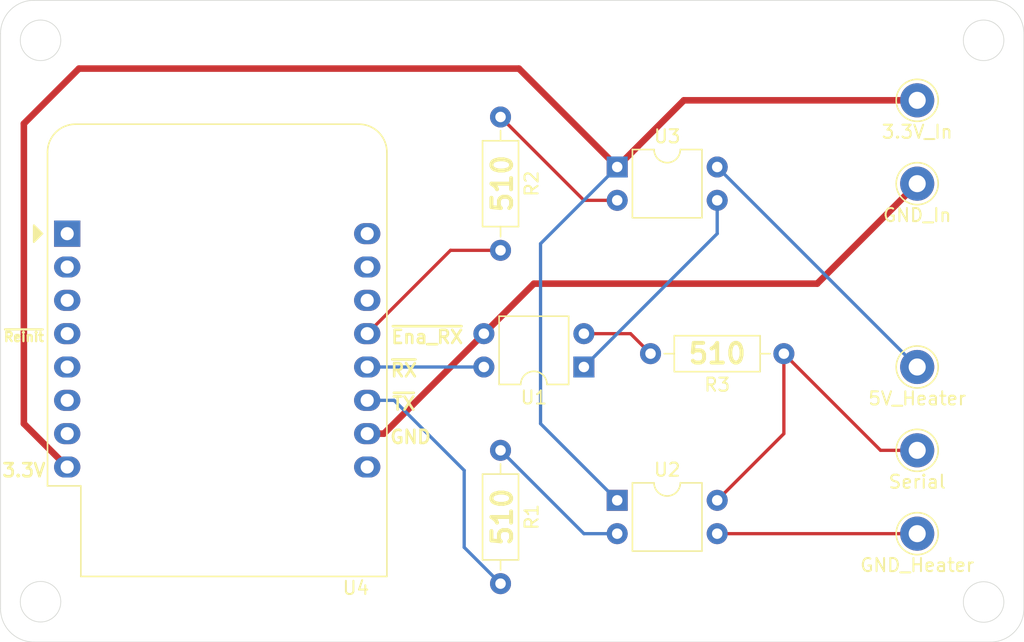
<source format=kicad_pcb>
(kicad_pcb (version 20171130) (host pcbnew "(5.1.10)-1")

  (general
    (thickness 1.6)
    (drawings 21)
    (tracks 37)
    (zones 0)
    (modules 12)
    (nets 24)
  )

  (page A4)
  (title_block
    (title "MicroNova Controller")
    (date "August 2021")
    (rev 1.0)
    (company philibertc)
    (comment 1 https://github.com/philibertc)
    (comment 2 "License: GPL v3")
  )

  (layers
    (0 F.Cu signal)
    (31 B.Cu signal)
    (32 B.Adhes user)
    (33 F.Adhes user)
    (34 B.Paste user)
    (35 F.Paste user)
    (36 B.SilkS user)
    (37 F.SilkS user)
    (38 B.Mask user)
    (39 F.Mask user)
    (40 Dwgs.User user)
    (41 Cmts.User user)
    (42 Eco1.User user)
    (43 Eco2.User user)
    (44 Edge.Cuts user)
    (45 Margin user)
    (46 B.CrtYd user)
    (47 F.CrtYd user)
    (48 B.Fab user)
    (49 F.Fab user)
  )

  (setup
    (last_trace_width 0.5)
    (user_trace_width 0.5)
    (trace_clearance 0.2)
    (zone_clearance 0.508)
    (zone_45_only no)
    (trace_min 0.2)
    (via_size 0.8)
    (via_drill 0.4)
    (via_min_size 0.4)
    (via_min_drill 0.3)
    (uvia_size 0.3)
    (uvia_drill 0.1)
    (uvias_allowed no)
    (uvia_min_size 0.2)
    (uvia_min_drill 0.1)
    (edge_width 0.05)
    (segment_width 0.2)
    (pcb_text_width 0.3)
    (pcb_text_size 1.5 1.5)
    (mod_edge_width 0.12)
    (mod_text_size 1 1)
    (mod_text_width 0.15)
    (pad_size 1.524 1.524)
    (pad_drill 0.762)
    (pad_to_mask_clearance 0.2)
    (aux_axis_origin 0 0)
    (visible_elements 7FFFFFFF)
    (pcbplotparams
      (layerselection 0x010fc_ffffffff)
      (usegerberextensions false)
      (usegerberattributes true)
      (usegerberadvancedattributes true)
      (creategerberjobfile true)
      (excludeedgelayer true)
      (linewidth 0.100000)
      (plotframeref false)
      (viasonmask false)
      (mode 1)
      (useauxorigin false)
      (hpglpennumber 1)
      (hpglpenspeed 20)
      (hpglpendiameter 15.000000)
      (psnegative false)
      (psa4output false)
      (plotreference true)
      (plotvalue true)
      (plotinvisibletext false)
      (padsonsilk false)
      (subtractmaskfromsilk false)
      (outputformat 1)
      (mirror false)
      (drillshape 0)
      (scaleselection 1)
      (outputdirectory "./"))
  )

  (net 0 "")
  (net 1 "Net-(R1-Pad2)")
  (net 2 "Net-(R1-Pad1)")
  (net 3 "Net-(R2-Pad2)")
  (net 4 "Net-(R2-Pad1)")
  (net 5 "Net-(R3-Pad2)")
  (net 6 "Net-(U1-Pad4)")
  (net 7 "Net-(U1-Pad1)")
  (net 8 "Net-(U4-Pad16)")
  (net 9 "Net-(U4-Pad15)")
  (net 10 "Net-(U4-Pad14)")
  (net 11 "Net-(U4-Pad9)")
  (net 12 "Net-(U4-Pad7)")
  (net 13 "Net-(U4-Pad6)")
  (net 14 "Net-(U4-Pad5)")
  (net 15 "Net-(U4-Pad4)")
  (net 16 "Net-(U4-Pad3)")
  (net 17 "Net-(U4-Pad1)")
  (net 18 "Net-(U4-Pad2)")
  (net 19 "Net-(3.3V_In1-Pad1)")
  (net 20 "Net-(GND_In1-Pad1)")
  (net 21 "Net-(5V_Heater1-Pad1)")
  (net 22 "Net-(GND_Heater1-Pad1)")
  (net 23 "Net-(R3-Pad1)")

  (net_class Default "This is the default net class."
    (clearance 0.2)
    (trace_width 0.25)
    (via_dia 0.8)
    (via_drill 0.4)
    (uvia_dia 0.3)
    (uvia_drill 0.1)
    (add_net "Net-(3.3V_In1-Pad1)")
    (add_net "Net-(5V_Heater1-Pad1)")
    (add_net "Net-(GND_Heater1-Pad1)")
    (add_net "Net-(GND_In1-Pad1)")
    (add_net "Net-(R1-Pad1)")
    (add_net "Net-(R1-Pad2)")
    (add_net "Net-(R2-Pad1)")
    (add_net "Net-(R2-Pad2)")
    (add_net "Net-(R3-Pad1)")
    (add_net "Net-(R3-Pad2)")
    (add_net "Net-(U1-Pad1)")
    (add_net "Net-(U1-Pad4)")
    (add_net "Net-(U4-Pad1)")
    (add_net "Net-(U4-Pad14)")
    (add_net "Net-(U4-Pad15)")
    (add_net "Net-(U4-Pad16)")
    (add_net "Net-(U4-Pad2)")
    (add_net "Net-(U4-Pad3)")
    (add_net "Net-(U4-Pad4)")
    (add_net "Net-(U4-Pad5)")
    (add_net "Net-(U4-Pad6)")
    (add_net "Net-(U4-Pad7)")
    (add_net "Net-(U4-Pad9)")
  )

  (module Connector_Pin:Pin_D1.3mm_L11.0mm (layer F.Cu) (tedit 5A1DC085) (tstamp 61170B4B)
    (at 115.57 91.44)
    (descr "solder Pin_ diameter 1.3mm, hole diameter 1.3mm, length 11.0mm")
    (tags "solder Pin_ pressfit")
    (path /611A02A0)
    (fp_text reference GND_In (at 0 2.4) (layer F.SilkS)
      (effects (font (size 1 1) (thickness 0.15)))
    )
    (fp_text value Conn_01x01_Female (at 0 -2.05) (layer F.Fab) hide
      (effects (font (size 1 1) (thickness 0.15)))
    )
    (fp_circle (center 0 0) (end 1.6 0.05) (layer F.SilkS) (width 0.12))
    (fp_circle (center 0 0) (end 1.25 -0.05) (layer F.Fab) (width 0.12))
    (fp_circle (center 0 0) (end 0.65 -0.05) (layer F.Fab) (width 0.12))
    (fp_circle (center 0 0) (end 1.8 0) (layer F.CrtYd) (width 0.05))
    (fp_text user %R (at 0 2.4) (layer F.Fab) hide
      (effects (font (size 1 1) (thickness 0.15)))
    )
    (pad 1 thru_hole circle (at 0 0) (size 2.6 2.6) (drill 1.3) (layers *.Cu *.Mask)
      (net 20 "Net-(GND_In1-Pad1)"))
    (model ${KISYS3DMOD}/Connector_Pin.3dshapes/Pin_D1.3mm_L11.0mm.wrl
      (at (xyz 0 0 0))
      (scale (xyz 1 1 1))
      (rotate (xyz 0 0 0))
    )
  )

  (module Connector_Pin:Pin_D1.3mm_L11.0mm (layer F.Cu) (tedit 5A1DC085) (tstamp 6117CD7C)
    (at 115.57 105.41)
    (descr "solder Pin_ diameter 1.3mm, hole diameter 1.3mm, length 11.0mm")
    (tags "solder Pin_ pressfit")
    (path /61191526)
    (fp_text reference 5V_Heater (at 0 2.4) (layer F.SilkS)
      (effects (font (size 1 1) (thickness 0.15)))
    )
    (fp_text value Conn_01x01_Female (at 0 -2.05) (layer F.Fab) hide
      (effects (font (size 1 1) (thickness 0.15)))
    )
    (fp_circle (center 0 0) (end 1.6 0.05) (layer F.SilkS) (width 0.12))
    (fp_circle (center 0 0) (end 1.25 -0.05) (layer F.Fab) (width 0.12))
    (fp_circle (center 0 0) (end 0.65 -0.05) (layer F.Fab) (width 0.12))
    (fp_circle (center 0 0) (end 1.8 0) (layer F.CrtYd) (width 0.05))
    (fp_text user %R (at 0 2.4) (layer F.Fab) hide
      (effects (font (size 1 1) (thickness 0.15)))
    )
    (pad 1 thru_hole circle (at 0 0) (size 2.6 2.6) (drill 1.3) (layers *.Cu *.Mask)
      (net 21 "Net-(5V_Heater1-Pad1)"))
    (model ${KISYS3DMOD}/Connector_Pin.3dshapes/Pin_D1.3mm_L11.0mm.wrl
      (at (xyz 0 0 0))
      (scale (xyz 1 1 1))
      (rotate (xyz 0 0 0))
    )
  )

  (module Connector_Pin:Pin_D1.3mm_L11.0mm (layer F.Cu) (tedit 5A1DC085) (tstamp 61170B5F)
    (at 115.57 118.11)
    (descr "solder Pin_ diameter 1.3mm, hole diameter 1.3mm, length 11.0mm")
    (tags "solder Pin_ pressfit")
    (path /6119FF51)
    (fp_text reference GND_Heater (at 0 2.4) (layer F.SilkS)
      (effects (font (size 1 1) (thickness 0.15)))
    )
    (fp_text value Conn_01x01_Female (at 0 -2.05) (layer F.Fab) hide
      (effects (font (size 1 1) (thickness 0.15)))
    )
    (fp_circle (center 0 0) (end 1.6 0.05) (layer F.SilkS) (width 0.12))
    (fp_circle (center 0 0) (end 1.25 -0.05) (layer F.Fab) (width 0.12))
    (fp_circle (center 0 0) (end 0.65 -0.05) (layer F.Fab) (width 0.12))
    (fp_circle (center 0 0) (end 1.8 0) (layer F.CrtYd) (width 0.05))
    (fp_text user %R (at 0 2.4) (layer F.Fab) hide
      (effects (font (size 1 1) (thickness 0.15)))
    )
    (pad 1 thru_hole circle (at 0 0) (size 2.6 2.6) (drill 1.3) (layers *.Cu *.Mask)
      (net 22 "Net-(GND_Heater1-Pad1)"))
    (model ${KISYS3DMOD}/Connector_Pin.3dshapes/Pin_D1.3mm_L11.0mm.wrl
      (at (xyz 0 0 0))
      (scale (xyz 1 1 1))
      (rotate (xyz 0 0 0))
    )
  )

  (module Connector_Pin:Pin_D1.3mm_L11.0mm (layer F.Cu) (tedit 5A1DC085) (tstamp 6117CD46)
    (at 115.57 111.76)
    (descr "solder Pin_ diameter 1.3mm, hole diameter 1.3mm, length 11.0mm")
    (tags "solder Pin_ pressfit")
    (path /611A016D)
    (fp_text reference Serial (at 0 2.4) (layer F.SilkS)
      (effects (font (size 1 1) (thickness 0.15)))
    )
    (fp_text value Conn_01x01_Female (at 0 -2.05) (layer F.Fab) hide
      (effects (font (size 1 1) (thickness 0.15)))
    )
    (fp_circle (center 0 0) (end 1.8 0) (layer F.CrtYd) (width 0.05))
    (fp_circle (center 0 0) (end 0.65 -0.05) (layer F.Fab) (width 0.12))
    (fp_circle (center 0 0) (end 1.25 -0.05) (layer F.Fab) (width 0.12))
    (fp_circle (center 0 0) (end 1.6 0.05) (layer F.SilkS) (width 0.12))
    (fp_text user %R (at 0 2.4) (layer F.Fab) hide
      (effects (font (size 1 1) (thickness 0.15)))
    )
    (pad 1 thru_hole circle (at 0 0) (size 2.6 2.6) (drill 1.3) (layers *.Cu *.Mask)
      (net 23 "Net-(R3-Pad1)"))
    (model ${KISYS3DMOD}/Connector_Pin.3dshapes/Pin_D1.3mm_L11.0mm.wrl
      (at (xyz 0 0 0))
      (scale (xyz 1 1 1))
      (rotate (xyz 0 0 0))
    )
  )

  (module Connector_Pin:Pin_D1.3mm_L11.0mm (layer F.Cu) (tedit 5A1DC085) (tstamp 6117CE60)
    (at 115.57 85.09)
    (descr "solder Pin_ diameter 1.3mm, hole diameter 1.3mm, length 11.0mm")
    (tags "solder Pin_ pressfit")
    (path /611A0527)
    (fp_text reference 3.3V_In (at 0 2.4) (layer F.SilkS)
      (effects (font (size 1 1) (thickness 0.15)))
    )
    (fp_text value Conn_01x01_Female (at 0 -2.05) (layer F.Fab) hide
      (effects (font (size 1 1) (thickness 0.15)))
    )
    (fp_circle (center 0 0) (end 1.6 0.05) (layer F.SilkS) (width 0.12))
    (fp_circle (center 0 0) (end 1.25 -0.05) (layer F.Fab) (width 0.12))
    (fp_circle (center 0 0) (end 0.65 -0.05) (layer F.Fab) (width 0.12))
    (fp_circle (center 0 0) (end 1.8 0) (layer F.CrtYd) (width 0.05))
    (fp_text user %R (at 0 2.4) (layer F.Fab) hide
      (effects (font (size 1 1) (thickness 0.15)))
    )
    (pad 1 thru_hole circle (at 0 0) (size 2.6 2.6) (drill 1.3) (layers *.Cu *.Mask)
      (net 19 "Net-(3.3V_In1-Pad1)"))
    (model ${KISYS3DMOD}/Connector_Pin.3dshapes/Pin_D1.3mm_L11.0mm.wrl
      (at (xyz 0 0 0))
      (scale (xyz 1 1 1))
      (rotate (xyz 0 0 0))
    )
  )

  (module Module:WEMOS_D1_mini_light (layer F.Cu) (tedit 5BBFB1CE) (tstamp 61164826)
    (at 50.8 95.25)
    (descr "16-pin module, column spacing 22.86 mm (900 mils), https://wiki.wemos.cc/products:d1:d1_mini, https://c1.staticflickr.com/1/734/31400410271_f278b087db_z.jpg")
    (tags "ESP8266 WiFi microcontroller")
    (path /61170FA0)
    (fp_text reference U4 (at 22 27) (layer F.SilkS)
      (effects (font (size 1 1) (thickness 0.15)))
    )
    (fp_text value WeMos_D1_mini (at 11.7 0) (layer F.Fab)
      (effects (font (size 1 1) (thickness 0.15)))
    )
    (fp_line (start 1.04 19.22) (end 1.04 26.12) (layer F.SilkS) (width 0.12))
    (fp_line (start -1.5 19.22) (end 1.04 19.22) (layer F.SilkS) (width 0.12))
    (fp_line (start -0.37 0) (end -1.37 -1) (layer F.Fab) (width 0.1))
    (fp_line (start -1.37 1) (end -0.37 0) (layer F.Fab) (width 0.1))
    (fp_line (start -1.37 -6.21) (end -1.37 -1) (layer F.Fab) (width 0.1))
    (fp_line (start 1.17 19.09) (end 1.17 25.99) (layer F.Fab) (width 0.1))
    (fp_line (start -1.37 19.09) (end 1.17 19.09) (layer F.Fab) (width 0.1))
    (fp_line (start -1.35 -7.4) (end -0.55 -8.2) (layer Dwgs.User) (width 0.1))
    (fp_line (start -1.3 -5.45) (end 1.45 -8.2) (layer Dwgs.User) (width 0.1))
    (fp_line (start -1.35 -3.4) (end 3.45 -8.2) (layer Dwgs.User) (width 0.1))
    (fp_line (start 22.65 -1.4) (end 24.25 -3) (layer Dwgs.User) (width 0.1))
    (fp_line (start 20.65 -1.4) (end 24.25 -5) (layer Dwgs.User) (width 0.1))
    (fp_line (start 18.65 -1.4) (end 24.25 -7) (layer Dwgs.User) (width 0.1))
    (fp_line (start 16.65 -1.4) (end 23.45 -8.2) (layer Dwgs.User) (width 0.1))
    (fp_line (start 14.65 -1.4) (end 21.45 -8.2) (layer Dwgs.User) (width 0.1))
    (fp_line (start 12.65 -1.4) (end 19.45 -8.2) (layer Dwgs.User) (width 0.1))
    (fp_line (start 10.65 -1.4) (end 17.45 -8.2) (layer Dwgs.User) (width 0.1))
    (fp_line (start 8.65 -1.4) (end 15.45 -8.2) (layer Dwgs.User) (width 0.1))
    (fp_line (start 6.65 -1.4) (end 13.45 -8.2) (layer Dwgs.User) (width 0.1))
    (fp_line (start 4.65 -1.4) (end 11.45 -8.2) (layer Dwgs.User) (width 0.1))
    (fp_line (start 2.65 -1.4) (end 9.45 -8.2) (layer Dwgs.User) (width 0.1))
    (fp_line (start 0.65 -1.4) (end 7.45 -8.2) (layer Dwgs.User) (width 0.1))
    (fp_line (start -1.35 -1.4) (end 5.45 -8.2) (layer Dwgs.User) (width 0.1))
    (fp_line (start -1.35 -8.2) (end -1.35 -1.4) (layer Dwgs.User) (width 0.1))
    (fp_line (start 24.25 -8.2) (end -1.35 -8.2) (layer Dwgs.User) (width 0.1))
    (fp_line (start 24.25 -1.4) (end 24.25 -8.2) (layer Dwgs.User) (width 0.1))
    (fp_line (start -1.35 -1.4) (end 24.25 -1.4) (layer Dwgs.User) (width 0.1))
    (fp_poly (pts (xy -2.54 -0.635) (xy -2.54 0.635) (xy -1.905 0)) (layer F.SilkS) (width 0.15))
    (fp_line (start -1.62 26.24) (end -1.62 -8.46) (layer F.CrtYd) (width 0.05))
    (fp_line (start 24.48 26.24) (end -1.62 26.24) (layer F.CrtYd) (width 0.05))
    (fp_line (start 24.48 -8.41) (end 24.48 26.24) (layer F.CrtYd) (width 0.05))
    (fp_line (start -1.62 -8.46) (end 24.48 -8.46) (layer F.CrtYd) (width 0.05))
    (fp_line (start -1.37 1) (end -1.37 19.09) (layer F.Fab) (width 0.1))
    (fp_line (start 22.23 -8.21) (end 0.63 -8.21) (layer F.Fab) (width 0.1))
    (fp_line (start 24.23 25.99) (end 24.23 -6.21) (layer F.Fab) (width 0.1))
    (fp_line (start 1.17 25.99) (end 24.23 25.99) (layer F.Fab) (width 0.1))
    (fp_line (start 22.24 -8.34) (end 0.63 -8.34) (layer F.SilkS) (width 0.12))
    (fp_line (start 24.36 26.12) (end 24.36 -6.21) (layer F.SilkS) (width 0.12))
    (fp_line (start -1.5 19.22) (end -1.5 -6.21) (layer F.SilkS) (width 0.12))
    (fp_line (start 1.04 26.12) (end 24.36 26.12) (layer F.SilkS) (width 0.12))
    (fp_text user "No copper" (at 11.43 -3.81) (layer Cmts.User)
      (effects (font (size 1 1) (thickness 0.15)))
    )
    (fp_text user "KEEP OUT" (at 11.43 -6.35) (layer Cmts.User)
      (effects (font (size 1 1) (thickness 0.15)))
    )
    (fp_arc (start 22.23 -6.21) (end 24.36 -6.21) (angle -90) (layer F.SilkS) (width 0.12))
    (fp_arc (start 0.63 -6.21) (end 0.63 -8.34) (angle -90) (layer F.SilkS) (width 0.12))
    (fp_arc (start 22.23 -6.21) (end 24.23 -6.19) (angle -90) (layer F.Fab) (width 0.1))
    (fp_arc (start 0.63 -6.21) (end 0.63 -8.21) (angle -90) (layer F.Fab) (width 0.1))
    (fp_text user %R (at 11.43 10) (layer F.Fab)
      (effects (font (size 1 1) (thickness 0.15)))
    )
    (pad 16 thru_hole oval (at 22.86 0) (size 2 1.6) (drill 1) (layers *.Cu *.Mask)
      (net 8 "Net-(U4-Pad16)"))
    (pad 15 thru_hole oval (at 22.86 2.54) (size 2 1.6) (drill 1) (layers *.Cu *.Mask)
      (net 9 "Net-(U4-Pad15)"))
    (pad 14 thru_hole oval (at 22.86 5.08) (size 2 1.6) (drill 1) (layers *.Cu *.Mask)
      (net 10 "Net-(U4-Pad14)"))
    (pad 13 thru_hole oval (at 22.86 7.62) (size 2 1.6) (drill 1) (layers *.Cu *.Mask)
      (net 3 "Net-(R2-Pad2)"))
    (pad 12 thru_hole oval (at 22.86 10.16) (size 2 1.6) (drill 1) (layers *.Cu *.Mask)
      (net 6 "Net-(U1-Pad4)"))
    (pad 11 thru_hole oval (at 22.86 12.7) (size 2 1.6) (drill 1) (layers *.Cu *.Mask)
      (net 1 "Net-(R1-Pad2)"))
    (pad 10 thru_hole oval (at 22.86 15.24) (size 2 1.6) (drill 1) (layers *.Cu *.Mask)
      (net 20 "Net-(GND_In1-Pad1)"))
    (pad 9 thru_hole oval (at 22.86 17.78) (size 2 1.6) (drill 1) (layers *.Cu *.Mask)
      (net 11 "Net-(U4-Pad9)"))
    (pad 8 thru_hole oval (at 0 17.78) (size 2 1.6) (drill 1) (layers *.Cu *.Mask)
      (net 19 "Net-(3.3V_In1-Pad1)"))
    (pad 7 thru_hole oval (at 0 15.24) (size 2 1.6) (drill 1) (layers *.Cu *.Mask)
      (net 12 "Net-(U4-Pad7)"))
    (pad 6 thru_hole oval (at 0 12.7) (size 2 1.6) (drill 1) (layers *.Cu *.Mask)
      (net 13 "Net-(U4-Pad6)"))
    (pad 5 thru_hole oval (at 0 10.16) (size 2 1.6) (drill 1) (layers *.Cu *.Mask)
      (net 14 "Net-(U4-Pad5)"))
    (pad 4 thru_hole oval (at 0 7.62) (size 2 1.6) (drill 1) (layers *.Cu *.Mask)
      (net 15 "Net-(U4-Pad4)"))
    (pad 3 thru_hole oval (at 0 5.08) (size 2 1.6) (drill 1) (layers *.Cu *.Mask)
      (net 16 "Net-(U4-Pad3)"))
    (pad 1 thru_hole rect (at 0 0) (size 2 2) (drill 1) (layers *.Cu *.Mask)
      (net 17 "Net-(U4-Pad1)"))
    (pad 2 thru_hole oval (at 0 2.54) (size 2 1.6) (drill 1) (layers *.Cu *.Mask)
      (net 18 "Net-(U4-Pad2)"))
    (model ${KISYS3DMOD}/Module.3dshapes/WEMOS_D1_mini_light.wrl
      (at (xyz 0 0 0))
      (scale (xyz 1 1 1))
      (rotate (xyz 0 0 0))
    )
    (model ${KISYS3DMOD}/Connector_PinHeader_2.54mm.3dshapes/PinHeader_1x08_P2.54mm_Vertical.wrl
      (offset (xyz 0 0 9.5))
      (scale (xyz 1 1 1))
      (rotate (xyz 0 -180 0))
    )
    (model ${KISYS3DMOD}/Connector_PinHeader_2.54mm.3dshapes/PinHeader_1x08_P2.54mm_Vertical.wrl
      (offset (xyz 22.86 0 9.5))
      (scale (xyz 1 1 1))
      (rotate (xyz 0 -180 0))
    )
    (model ${KISYS3DMOD}/Connector_PinSocket_2.54mm.3dshapes/PinSocket_1x08_P2.54mm_Vertical.wrl
      (at (xyz 0 0 0))
      (scale (xyz 1 1 1))
      (rotate (xyz 0 0 0))
    )
    (model ${KISYS3DMOD}/Connector_PinSocket_2.54mm.3dshapes/PinSocket_1x08_P2.54mm_Vertical.wrl
      (offset (xyz 22.86 0 0))
      (scale (xyz 1 1 1))
      (rotate (xyz 0 0 0))
    )
  )

  (module Package_DIP:DIP-4_W7.62mm (layer F.Cu) (tedit 5A02E8C5) (tstamp 61168EE4)
    (at 92.71 90.17)
    (descr "4-lead though-hole mounted DIP package, row spacing 7.62 mm (300 mils)")
    (tags "THT DIP DIL PDIP 2.54mm 7.62mm 300mil")
    (path /610F21D3)
    (fp_text reference U3 (at 3.81 -2.33) (layer F.SilkS)
      (effects (font (size 1 1) (thickness 0.15)))
    )
    (fp_text value PC817 (at 3.81 4.87) (layer F.Fab)
      (effects (font (size 1 1) (thickness 0.15)))
    )
    (fp_line (start 8.7 -1.55) (end -1.1 -1.55) (layer F.CrtYd) (width 0.05))
    (fp_line (start 8.7 4.1) (end 8.7 -1.55) (layer F.CrtYd) (width 0.05))
    (fp_line (start -1.1 4.1) (end 8.7 4.1) (layer F.CrtYd) (width 0.05))
    (fp_line (start -1.1 -1.55) (end -1.1 4.1) (layer F.CrtYd) (width 0.05))
    (fp_line (start 6.46 -1.33) (end 4.81 -1.33) (layer F.SilkS) (width 0.12))
    (fp_line (start 6.46 3.87) (end 6.46 -1.33) (layer F.SilkS) (width 0.12))
    (fp_line (start 1.16 3.87) (end 6.46 3.87) (layer F.SilkS) (width 0.12))
    (fp_line (start 1.16 -1.33) (end 1.16 3.87) (layer F.SilkS) (width 0.12))
    (fp_line (start 2.81 -1.33) (end 1.16 -1.33) (layer F.SilkS) (width 0.12))
    (fp_line (start 0.635 -0.27) (end 1.635 -1.27) (layer F.Fab) (width 0.1))
    (fp_line (start 0.635 3.81) (end 0.635 -0.27) (layer F.Fab) (width 0.1))
    (fp_line (start 6.985 3.81) (end 0.635 3.81) (layer F.Fab) (width 0.1))
    (fp_line (start 6.985 -1.27) (end 6.985 3.81) (layer F.Fab) (width 0.1))
    (fp_line (start 1.635 -1.27) (end 6.985 -1.27) (layer F.Fab) (width 0.1))
    (fp_text user %R (at 3.81 1.27) (layer F.Fab)
      (effects (font (size 1 1) (thickness 0.15)))
    )
    (fp_arc (start 3.81 -1.33) (end 2.81 -1.33) (angle -180) (layer F.SilkS) (width 0.12))
    (pad 4 thru_hole oval (at 7.62 0) (size 1.6 1.6) (drill 0.8) (layers *.Cu *.Mask)
      (net 21 "Net-(5V_Heater1-Pad1)"))
    (pad 2 thru_hole oval (at 0 2.54) (size 1.6 1.6) (drill 0.8) (layers *.Cu *.Mask)
      (net 4 "Net-(R2-Pad1)"))
    (pad 3 thru_hole oval (at 7.62 2.54) (size 1.6 1.6) (drill 0.8) (layers *.Cu *.Mask)
      (net 7 "Net-(U1-Pad1)"))
    (pad 1 thru_hole rect (at 0 0) (size 1.6 1.6) (drill 0.8) (layers *.Cu *.Mask)
      (net 19 "Net-(3.3V_In1-Pad1)"))
    (model ${KISYS3DMOD}/Package_DIP.3dshapes/DIP-4_W7.62mm.wrl
      (at (xyz 0 0 0))
      (scale (xyz 1 1 1))
      (rotate (xyz 0 0 0))
    )
  )

  (module Package_DIP:DIP-4_W7.62mm (layer F.Cu) (tedit 5A02E8C5) (tstamp 61165CFC)
    (at 92.71 115.57)
    (descr "4-lead though-hole mounted DIP package, row spacing 7.62 mm (300 mils)")
    (tags "THT DIP DIL PDIP 2.54mm 7.62mm 300mil")
    (path /610E5DA6)
    (fp_text reference U2 (at 3.81 -2.33) (layer F.SilkS)
      (effects (font (size 1 1) (thickness 0.15)))
    )
    (fp_text value PC817 (at 3.81 4.87) (layer F.Fab)
      (effects (font (size 1 1) (thickness 0.15)))
    )
    (fp_line (start 8.7 -1.55) (end -1.1 -1.55) (layer F.CrtYd) (width 0.05))
    (fp_line (start 8.7 4.1) (end 8.7 -1.55) (layer F.CrtYd) (width 0.05))
    (fp_line (start -1.1 4.1) (end 8.7 4.1) (layer F.CrtYd) (width 0.05))
    (fp_line (start -1.1 -1.55) (end -1.1 4.1) (layer F.CrtYd) (width 0.05))
    (fp_line (start 6.46 -1.33) (end 4.81 -1.33) (layer F.SilkS) (width 0.12))
    (fp_line (start 6.46 3.87) (end 6.46 -1.33) (layer F.SilkS) (width 0.12))
    (fp_line (start 1.16 3.87) (end 6.46 3.87) (layer F.SilkS) (width 0.12))
    (fp_line (start 1.16 -1.33) (end 1.16 3.87) (layer F.SilkS) (width 0.12))
    (fp_line (start 2.81 -1.33) (end 1.16 -1.33) (layer F.SilkS) (width 0.12))
    (fp_line (start 0.635 -0.27) (end 1.635 -1.27) (layer F.Fab) (width 0.1))
    (fp_line (start 0.635 3.81) (end 0.635 -0.27) (layer F.Fab) (width 0.1))
    (fp_line (start 6.985 3.81) (end 0.635 3.81) (layer F.Fab) (width 0.1))
    (fp_line (start 6.985 -1.27) (end 6.985 3.81) (layer F.Fab) (width 0.1))
    (fp_line (start 1.635 -1.27) (end 6.985 -1.27) (layer F.Fab) (width 0.1))
    (fp_text user %R (at 3.81 1.27) (layer F.Fab)
      (effects (font (size 1 1) (thickness 0.15)))
    )
    (fp_arc (start 3.81 -1.33) (end 2.81 -1.33) (angle -180) (layer F.SilkS) (width 0.12))
    (pad 4 thru_hole oval (at 7.62 0) (size 1.6 1.6) (drill 0.8) (layers *.Cu *.Mask)
      (net 23 "Net-(R3-Pad1)"))
    (pad 2 thru_hole oval (at 0 2.54) (size 1.6 1.6) (drill 0.8) (layers *.Cu *.Mask)
      (net 2 "Net-(R1-Pad1)"))
    (pad 3 thru_hole oval (at 7.62 2.54) (size 1.6 1.6) (drill 0.8) (layers *.Cu *.Mask)
      (net 22 "Net-(GND_Heater1-Pad1)"))
    (pad 1 thru_hole rect (at 0 0) (size 1.6 1.6) (drill 0.8) (layers *.Cu *.Mask)
      (net 19 "Net-(3.3V_In1-Pad1)"))
    (model ${KISYS3DMOD}/Package_DIP.3dshapes/DIP-4_W7.62mm.wrl
      (at (xyz 0 0 0))
      (scale (xyz 1 1 1))
      (rotate (xyz 0 0 0))
    )
  )

  (module Package_DIP:DIP-4_W7.62mm (layer F.Cu) (tedit 5A02E8C5) (tstamp 611647B3)
    (at 90.17 105.41 180)
    (descr "4-lead though-hole mounted DIP package, row spacing 7.62 mm (300 mils)")
    (tags "THT DIP DIL PDIP 2.54mm 7.62mm 300mil")
    (path /610E5EDD)
    (fp_text reference U1 (at 3.81 -2.33) (layer F.SilkS)
      (effects (font (size 1 1) (thickness 0.15)))
    )
    (fp_text value PC817 (at 3.81 4.87) (layer F.Fab)
      (effects (font (size 1 1) (thickness 0.15)))
    )
    (fp_line (start 8.7 -1.55) (end -1.1 -1.55) (layer F.CrtYd) (width 0.05))
    (fp_line (start 8.7 4.1) (end 8.7 -1.55) (layer F.CrtYd) (width 0.05))
    (fp_line (start -1.1 4.1) (end 8.7 4.1) (layer F.CrtYd) (width 0.05))
    (fp_line (start -1.1 -1.55) (end -1.1 4.1) (layer F.CrtYd) (width 0.05))
    (fp_line (start 6.46 -1.33) (end 4.81 -1.33) (layer F.SilkS) (width 0.12))
    (fp_line (start 6.46 3.87) (end 6.46 -1.33) (layer F.SilkS) (width 0.12))
    (fp_line (start 1.16 3.87) (end 6.46 3.87) (layer F.SilkS) (width 0.12))
    (fp_line (start 1.16 -1.33) (end 1.16 3.87) (layer F.SilkS) (width 0.12))
    (fp_line (start 2.81 -1.33) (end 1.16 -1.33) (layer F.SilkS) (width 0.12))
    (fp_line (start 0.635 -0.27) (end 1.635 -1.27) (layer F.Fab) (width 0.1))
    (fp_line (start 0.635 3.81) (end 0.635 -0.27) (layer F.Fab) (width 0.1))
    (fp_line (start 6.985 3.81) (end 0.635 3.81) (layer F.Fab) (width 0.1))
    (fp_line (start 6.985 -1.27) (end 6.985 3.81) (layer F.Fab) (width 0.1))
    (fp_line (start 1.635 -1.27) (end 6.985 -1.27) (layer F.Fab) (width 0.1))
    (fp_text user %R (at 3.81 1.27) (layer F.Fab)
      (effects (font (size 1 1) (thickness 0.15)))
    )
    (fp_arc (start 3.81 -1.33) (end 2.81 -1.33) (angle -180) (layer F.SilkS) (width 0.12))
    (pad 4 thru_hole oval (at 7.62 0 180) (size 1.6 1.6) (drill 0.8) (layers *.Cu *.Mask)
      (net 6 "Net-(U1-Pad4)"))
    (pad 2 thru_hole oval (at 0 2.54 180) (size 1.6 1.6) (drill 0.8) (layers *.Cu *.Mask)
      (net 5 "Net-(R3-Pad2)"))
    (pad 3 thru_hole oval (at 7.62 2.54 180) (size 1.6 1.6) (drill 0.8) (layers *.Cu *.Mask)
      (net 20 "Net-(GND_In1-Pad1)"))
    (pad 1 thru_hole rect (at 0 0 180) (size 1.6 1.6) (drill 0.8) (layers *.Cu *.Mask)
      (net 7 "Net-(U1-Pad1)"))
    (model ${KISYS3DMOD}/Package_DIP.3dshapes/DIP-4_W7.62mm.wrl
      (at (xyz 0 0 0))
      (scale (xyz 1 1 1))
      (rotate (xyz 0 0 0))
    )
  )

  (module Resistor_THT:R_Axial_DIN0207_L6.3mm_D2.5mm_P10.16mm_Horizontal (layer F.Cu) (tedit 5AE5139B) (tstamp 6117CA30)
    (at 105.41 104.394 180)
    (descr "Resistor, Axial_DIN0207 series, Axial, Horizontal, pin pitch=10.16mm, 0.25W = 1/4W, length*diameter=6.3*2.5mm^2, http://cdn-reichelt.de/documents/datenblatt/B400/1_4W%23YAG.pdf")
    (tags "Resistor Axial_DIN0207 series Axial Horizontal pin pitch 10.16mm 0.25W = 1/4W length 6.3mm diameter 2.5mm")
    (path /610ECC5F)
    (fp_text reference R3 (at 5.08 -2.37) (layer F.SilkS)
      (effects (font (size 1 1) (thickness 0.15)))
    )
    (fp_text value 510 (at 5.08 2.37) (layer F.Fab)
      (effects (font (size 1 1) (thickness 0.15)))
    )
    (fp_line (start 11.21 -1.5) (end -1.05 -1.5) (layer F.CrtYd) (width 0.05))
    (fp_line (start 11.21 1.5) (end 11.21 -1.5) (layer F.CrtYd) (width 0.05))
    (fp_line (start -1.05 1.5) (end 11.21 1.5) (layer F.CrtYd) (width 0.05))
    (fp_line (start -1.05 -1.5) (end -1.05 1.5) (layer F.CrtYd) (width 0.05))
    (fp_line (start 9.12 0) (end 8.35 0) (layer F.SilkS) (width 0.12))
    (fp_line (start 1.04 0) (end 1.81 0) (layer F.SilkS) (width 0.12))
    (fp_line (start 8.35 -1.37) (end 1.81 -1.37) (layer F.SilkS) (width 0.12))
    (fp_line (start 8.35 1.37) (end 8.35 -1.37) (layer F.SilkS) (width 0.12))
    (fp_line (start 1.81 1.37) (end 8.35 1.37) (layer F.SilkS) (width 0.12))
    (fp_line (start 1.81 -1.37) (end 1.81 1.37) (layer F.SilkS) (width 0.12))
    (fp_line (start 10.16 0) (end 8.23 0) (layer F.Fab) (width 0.1))
    (fp_line (start 0 0) (end 1.93 0) (layer F.Fab) (width 0.1))
    (fp_line (start 8.23 -1.25) (end 1.93 -1.25) (layer F.Fab) (width 0.1))
    (fp_line (start 8.23 1.25) (end 8.23 -1.25) (layer F.Fab) (width 0.1))
    (fp_line (start 1.93 1.25) (end 8.23 1.25) (layer F.Fab) (width 0.1))
    (fp_line (start 1.93 -1.25) (end 1.93 1.25) (layer F.Fab) (width 0.1))
    (fp_text user %R (at 5.08 0) (layer F.Fab)
      (effects (font (size 1 1) (thickness 0.15)))
    )
    (pad 2 thru_hole oval (at 10.16 0 180) (size 1.6 1.6) (drill 0.8) (layers *.Cu *.Mask)
      (net 5 "Net-(R3-Pad2)"))
    (pad 1 thru_hole circle (at 0 0 180) (size 1.6 1.6) (drill 0.8) (layers *.Cu *.Mask)
      (net 23 "Net-(R3-Pad1)"))
    (model ${KISYS3DMOD}/Resistor_THT.3dshapes/R_Axial_DIN0207_L6.3mm_D2.5mm_P10.16mm_Horizontal.wrl
      (at (xyz 0 0 0))
      (scale (xyz 1 1 1))
      (rotate (xyz 0 0 0))
    )
  )

  (module Resistor_THT:R_Axial_DIN0207_L6.3mm_D2.5mm_P10.16mm_Horizontal (layer F.Cu) (tedit 5AE5139B) (tstamp 61164784)
    (at 83.82 86.36 270)
    (descr "Resistor, Axial_DIN0207 series, Axial, Horizontal, pin pitch=10.16mm, 0.25W = 1/4W, length*diameter=6.3*2.5mm^2, http://cdn-reichelt.de/documents/datenblatt/B400/1_4W%23YAG.pdf")
    (tags "Resistor Axial_DIN0207 series Axial Horizontal pin pitch 10.16mm 0.25W = 1/4W length 6.3mm diameter 2.5mm")
    (path /610F453C)
    (fp_text reference R2 (at 5.08 -2.37 90) (layer F.SilkS)
      (effects (font (size 1 1) (thickness 0.15)))
    )
    (fp_text value 510 (at 5.08 2.37 90) (layer F.Fab)
      (effects (font (size 1 1) (thickness 0.15)))
    )
    (fp_line (start 11.21 -1.5) (end -1.05 -1.5) (layer F.CrtYd) (width 0.05))
    (fp_line (start 11.21 1.5) (end 11.21 -1.5) (layer F.CrtYd) (width 0.05))
    (fp_line (start -1.05 1.5) (end 11.21 1.5) (layer F.CrtYd) (width 0.05))
    (fp_line (start -1.05 -1.5) (end -1.05 1.5) (layer F.CrtYd) (width 0.05))
    (fp_line (start 9.12 0) (end 8.35 0) (layer F.SilkS) (width 0.12))
    (fp_line (start 1.04 0) (end 1.81 0) (layer F.SilkS) (width 0.12))
    (fp_line (start 8.35 -1.37) (end 1.81 -1.37) (layer F.SilkS) (width 0.12))
    (fp_line (start 8.35 1.37) (end 8.35 -1.37) (layer F.SilkS) (width 0.12))
    (fp_line (start 1.81 1.37) (end 8.35 1.37) (layer F.SilkS) (width 0.12))
    (fp_line (start 1.81 -1.37) (end 1.81 1.37) (layer F.SilkS) (width 0.12))
    (fp_line (start 10.16 0) (end 8.23 0) (layer F.Fab) (width 0.1))
    (fp_line (start 0 0) (end 1.93 0) (layer F.Fab) (width 0.1))
    (fp_line (start 8.23 -1.25) (end 1.93 -1.25) (layer F.Fab) (width 0.1))
    (fp_line (start 8.23 1.25) (end 8.23 -1.25) (layer F.Fab) (width 0.1))
    (fp_line (start 1.93 1.25) (end 8.23 1.25) (layer F.Fab) (width 0.1))
    (fp_line (start 1.93 -1.25) (end 1.93 1.25) (layer F.Fab) (width 0.1))
    (fp_text user %R (at 5.08 0 90) (layer F.Fab)
      (effects (font (size 1 1) (thickness 0.15)))
    )
    (pad 2 thru_hole oval (at 10.16 0 270) (size 1.6 1.6) (drill 0.8) (layers *.Cu *.Mask)
      (net 3 "Net-(R2-Pad2)"))
    (pad 1 thru_hole circle (at 0 0 270) (size 1.6 1.6) (drill 0.8) (layers *.Cu *.Mask)
      (net 4 "Net-(R2-Pad1)"))
    (model ${KISYS3DMOD}/Resistor_THT.3dshapes/R_Axial_DIN0207_L6.3mm_D2.5mm_P10.16mm_Horizontal.wrl
      (at (xyz 0 0 0))
      (scale (xyz 1 1 1))
      (rotate (xyz 0 0 0))
    )
  )

  (module Resistor_THT:R_Axial_DIN0207_L6.3mm_D2.5mm_P10.16mm_Horizontal (layer F.Cu) (tedit 5AE5139B) (tstamp 6116476D)
    (at 83.82 111.76 270)
    (descr "Resistor, Axial_DIN0207 series, Axial, Horizontal, pin pitch=10.16mm, 0.25W = 1/4W, length*diameter=6.3*2.5mm^2, http://cdn-reichelt.de/documents/datenblatt/B400/1_4W%23YAG.pdf")
    (tags "Resistor Axial_DIN0207 series Axial Horizontal pin pitch 10.16mm 0.25W = 1/4W length 6.3mm diameter 2.5mm")
    (path /610ECA4A)
    (fp_text reference R1 (at 5.08 -2.37 90) (layer F.SilkS)
      (effects (font (size 1 1) (thickness 0.15)))
    )
    (fp_text value 510 (at 5.08 2.37 90) (layer F.Fab)
      (effects (font (size 1 1) (thickness 0.15)))
    )
    (fp_line (start 11.21 -1.5) (end -1.05 -1.5) (layer F.CrtYd) (width 0.05))
    (fp_line (start 11.21 1.5) (end 11.21 -1.5) (layer F.CrtYd) (width 0.05))
    (fp_line (start -1.05 1.5) (end 11.21 1.5) (layer F.CrtYd) (width 0.05))
    (fp_line (start -1.05 -1.5) (end -1.05 1.5) (layer F.CrtYd) (width 0.05))
    (fp_line (start 9.12 0) (end 8.35 0) (layer F.SilkS) (width 0.12))
    (fp_line (start 1.04 0) (end 1.81 0) (layer F.SilkS) (width 0.12))
    (fp_line (start 8.35 -1.37) (end 1.81 -1.37) (layer F.SilkS) (width 0.12))
    (fp_line (start 8.35 1.37) (end 8.35 -1.37) (layer F.SilkS) (width 0.12))
    (fp_line (start 1.81 1.37) (end 8.35 1.37) (layer F.SilkS) (width 0.12))
    (fp_line (start 1.81 -1.37) (end 1.81 1.37) (layer F.SilkS) (width 0.12))
    (fp_line (start 10.16 0) (end 8.23 0) (layer F.Fab) (width 0.1))
    (fp_line (start 0 0) (end 1.93 0) (layer F.Fab) (width 0.1))
    (fp_line (start 8.23 -1.25) (end 1.93 -1.25) (layer F.Fab) (width 0.1))
    (fp_line (start 8.23 1.25) (end 8.23 -1.25) (layer F.Fab) (width 0.1))
    (fp_line (start 1.93 1.25) (end 8.23 1.25) (layer F.Fab) (width 0.1))
    (fp_line (start 1.93 -1.25) (end 1.93 1.25) (layer F.Fab) (width 0.1))
    (fp_text user %R (at 5.08 0 90) (layer F.Fab)
      (effects (font (size 1 1) (thickness 0.15)))
    )
    (pad 2 thru_hole oval (at 10.16 0 270) (size 1.6 1.6) (drill 0.8) (layers *.Cu *.Mask)
      (net 1 "Net-(R1-Pad2)"))
    (pad 1 thru_hole circle (at 0 0 270) (size 1.6 1.6) (drill 0.8) (layers *.Cu *.Mask)
      (net 2 "Net-(R1-Pad1)"))
    (model ${KISYS3DMOD}/Resistor_THT.3dshapes/R_Axial_DIN0207_L6.3mm_D2.5mm_P10.16mm_Horizontal.wrl
      (at (xyz 0 0 0))
      (scale (xyz 1 1 1))
      (rotate (xyz 0 0 0))
    )
  )

  (gr_line (start 48.26 126.365) (end 121.158 126.365) (layer Edge.Cuts) (width 0.05) (tstamp 6117CEAC))
  (gr_line (start 121.158 77.47) (end 48.26 77.47) (layer Edge.Cuts) (width 0.05) (tstamp 6117CEAB))
  (gr_line (start 45.72 80.01) (end 45.72 123.825) (layer Edge.Cuts) (width 0.05) (tstamp 6117C62F))
  (gr_line (start 123.698 80.01) (end 123.698 123.825) (layer Edge.Cuts) (width 0.05) (tstamp 6117CEA0))
  (gr_text 510 (at 100.33 104.394) (layer F.SilkS) (tstamp 6117C375)
    (effects (font (size 1.5 1.5) (thickness 0.3)))
  )
  (gr_text 510 (at 83.947 116.84 90) (layer F.SilkS) (tstamp 6117C373)
    (effects (font (size 1.5 1.5) (thickness 0.3)))
  )
  (gr_text 510 (at 83.947 91.44 90) (layer F.SilkS) (tstamp 6117C2CD)
    (effects (font (size 1.5 1.5) (thickness 0.3)))
  )
  (gr_text ~Reinit (at 47.498 103.124) (layer F.SilkS) (tstamp 6117C163)
    (effects (font (size 0.7 0.7) (thickness 0.175)))
  )
  (gr_text ~TX (at 76.454 108.204) (layer F.SilkS) (tstamp 6117BA6C)
    (effects (font (size 1 1) (thickness 0.2)))
  )
  (gr_text ~RX (at 76.454 105.664) (layer F.SilkS) (tstamp 6117BA64)
    (effects (font (size 1 1) (thickness 0.2)))
  )
  (gr_text ~Ena_RX (at 78.232 103.124) (layer F.SilkS) (tstamp 6117BA5E)
    (effects (font (size 1 1) (thickness 0.2)))
  )
  (gr_text GND (at 76.962 110.744) (layer F.SilkS) (tstamp 6117B9C3)
    (effects (font (size 1 1) (thickness 0.2)))
  )
  (gr_text 3.3V (at 47.498 113.284) (layer F.SilkS)
    (effects (font (size 1 1) (thickness 0.2)))
  )
  (gr_circle (center 48.768 123.295979) (end 50.292 123.041979) (layer Edge.Cuts) (width 0.05) (tstamp 6117C6BE))
  (gr_circle (center 48.768 80.518) (end 50.292 80.264) (layer Edge.Cuts) (width 0.05) (tstamp 6117B6A3))
  (gr_circle (center 120.628979 80.518) (end 122.152979 80.264) (layer Edge.Cuts) (width 0.05) (tstamp 6117CE9D))
  (gr_circle (center 120.628979 123.317) (end 122.152979 123.063) (layer Edge.Cuts) (width 0.05) (tstamp 6117CE94))
  (gr_arc (start 48.26 123.825) (end 45.72 123.825) (angle -90) (layer Edge.Cuts) (width 0.05) (tstamp 6117C504))
  (gr_arc (start 48.26 80.01) (end 48.26 77.47) (angle -90) (layer Edge.Cuts) (width 0.05))
  (gr_arc (start 121.158 80.01) (end 123.698 80.01) (angle -90) (layer Edge.Cuts) (width 0.05) (tstamp 6117CE9A))
  (gr_arc (start 121.158 123.825) (end 121.158 126.365) (angle -90) (layer Edge.Cuts) (width 0.05) (tstamp 6117CE97))

  (segment (start 73.66 107.95) (end 75.71232 107.95) (width 0.25) (layer B.Cu) (net 1))
  (segment (start 75.71232 107.95) (end 81.0514 113.28908) (width 0.25) (layer B.Cu) (net 1))
  (segment (start 81.0514 119.1514) (end 83.82 121.92) (width 0.25) (layer B.Cu) (net 1))
  (segment (start 81.0514 113.28908) (end 81.0514 119.1514) (width 0.25) (layer B.Cu) (net 1))
  (segment (start 83.82 111.76) (end 90.17 118.11) (width 0.25) (layer B.Cu) (net 2))
  (segment (start 90.17 118.11) (end 92.71 118.11) (width 0.25) (layer B.Cu) (net 2))
  (segment (start 80.01 96.52) (end 73.66 102.87) (width 0.25) (layer F.Cu) (net 3))
  (segment (start 83.82 96.52) (end 80.01 96.52) (width 0.25) (layer F.Cu) (net 3))
  (segment (start 83.82 86.36) (end 90.17 92.71) (width 0.25) (layer F.Cu) (net 4))
  (segment (start 90.17 92.71) (end 92.71 92.71) (width 0.25) (layer F.Cu) (net 4))
  (segment (start 93.726 102.87) (end 95.25 104.394) (width 0.25) (layer F.Cu) (net 5))
  (segment (start 90.17 102.87) (end 93.726 102.87) (width 0.25) (layer F.Cu) (net 5))
  (segment (start 73.66 105.41) (end 82.55 105.41) (width 0.25) (layer B.Cu) (net 6))
  (segment (start 100.33 95.25) (end 100.33 92.71) (width 0.25) (layer B.Cu) (net 7))
  (segment (start 90.17 105.41) (end 100.33 95.25) (width 0.25) (layer B.Cu) (net 7))
  (segment (start 92.71 90.17) (end 86.868 96.012) (width 0.25) (layer B.Cu) (net 19))
  (segment (start 92.71 115.57) (end 86.868 109.728) (width 0.25) (layer B.Cu) (net 19))
  (segment (start 86.868 109.728) (end 86.868 96.012) (width 0.25) (layer B.Cu) (net 19))
  (segment (start 97.79 85.09) (end 92.71 90.17) (width 0.5) (layer F.Cu) (net 19))
  (segment (start 115.57 85.09) (end 97.79 85.09) (width 0.5) (layer F.Cu) (net 19))
  (segment (start 85.22208 82.67192) (end 92.71 90.15984) (width 0.5) (layer F.Cu) (net 19))
  (segment (start 51.69408 82.67192) (end 85.22208 82.67192) (width 0.5) (layer F.Cu) (net 19))
  (segment (start 92.71 90.15984) (end 92.71 90.17) (width 0.5) (layer F.Cu) (net 19))
  (segment (start 47.498 86.868) (end 51.69408 82.67192) (width 0.5) (layer F.Cu) (net 19))
  (segment (start 47.498 109.728) (end 47.498 86.868) (width 0.5) (layer F.Cu) (net 19))
  (segment (start 50.8 113.03) (end 47.498 109.728) (width 0.5) (layer F.Cu) (net 19))
  (segment (start 74.93 110.49) (end 82.55 102.87) (width 0.5) (layer F.Cu) (net 20))
  (segment (start 73.66 110.49) (end 74.93 110.49) (width 0.5) (layer F.Cu) (net 20))
  (segment (start 115.57 91.44) (end 107.95 99.06) (width 0.5) (layer F.Cu) (net 20))
  (segment (start 107.95 99.06) (end 86.36 99.06) (width 0.5) (layer F.Cu) (net 20))
  (segment (start 86.36 99.06) (end 82.55 102.87) (width 0.5) (layer F.Cu) (net 20))
  (segment (start 115.57 105.41) (end 100.33 90.17) (width 0.25) (layer B.Cu) (net 21))
  (segment (start 100.33 118.11) (end 115.57 118.11) (width 0.25) (layer F.Cu) (net 22))
  (segment (start 112.776 111.76) (end 105.41 104.394) (width 0.25) (layer F.Cu) (net 23))
  (segment (start 105.41 110.49) (end 100.33 115.57) (width 0.25) (layer F.Cu) (net 23))
  (segment (start 105.41 104.394) (end 105.41 110.49) (width 0.25) (layer F.Cu) (net 23))
  (segment (start 115.57 111.76) (end 112.776 111.76) (width 0.25) (layer F.Cu) (net 23))

)

</source>
